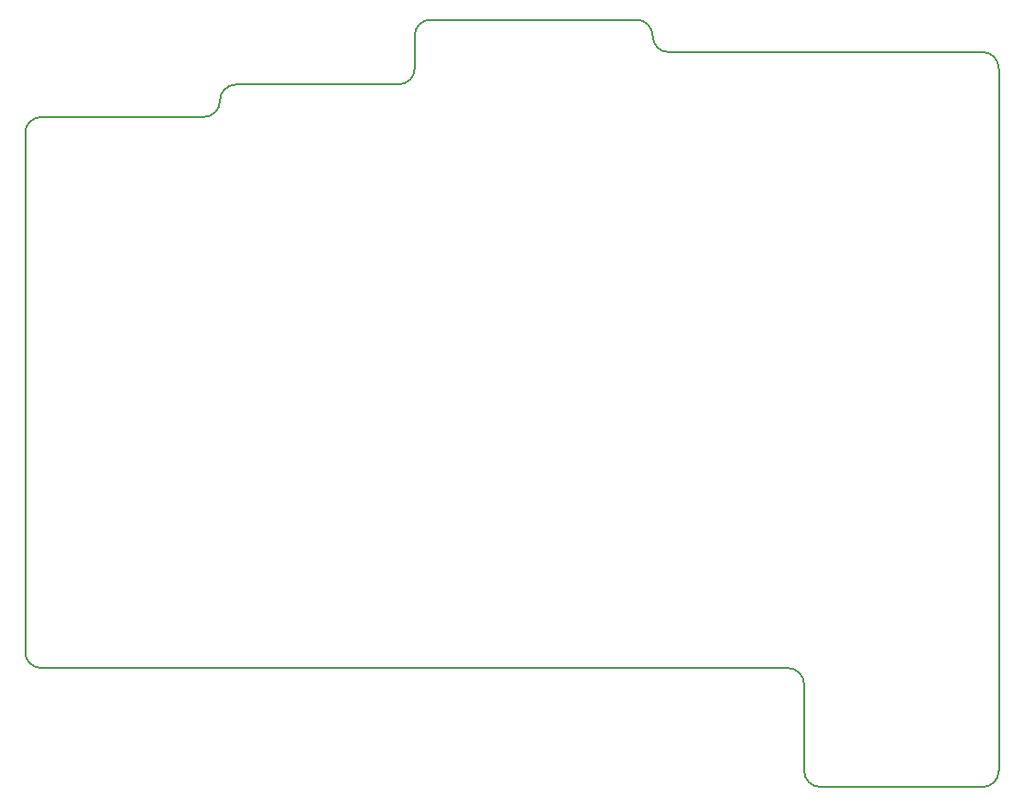
<source format=gbr>
%TF.GenerationSoftware,KiCad,Pcbnew,(7.0.0-0)*%
%TF.CreationDate,2023-06-08T17:13:25+08:00*%
%TF.ProjectId,right,72696768-742e-46b6-9963-61645f706362,v1.0.0*%
%TF.SameCoordinates,Original*%
%TF.FileFunction,Profile,NP*%
%FSLAX46Y46*%
G04 Gerber Fmt 4.6, Leading zero omitted, Abs format (unit mm)*
G04 Created by KiCad (PCBNEW (7.0.0-0)) date 2023-06-08 17:13:25*
%MOMM*%
%LPD*%
G01*
G04 APERTURE LIST*
%TA.AperFunction,Profile*%
%ADD10C,0.150000*%
%TD*%
G04 APERTURE END LIST*
D10*
X-9510000Y-8500000D02*
X59510000Y-8500000D01*
X-11000000Y-7010000D02*
X-11000000Y41010000D01*
X5510000Y42500000D02*
X-9510000Y42500000D01*
X23510000Y45500000D02*
X8490000Y45500000D01*
X7000000Y44010000D02*
X7000000Y43990000D01*
X47000000Y49990000D02*
X47000000Y50010000D01*
X45510000Y51500000D02*
X26490000Y51500000D01*
X25000000Y50010000D02*
X25000000Y46990000D01*
X48490000Y48500000D02*
X77510000Y48500000D01*
X62490000Y-19500000D02*
X77510000Y-19500000D01*
X61000000Y-9990000D02*
X61000000Y-18010000D01*
X79000000Y47010000D02*
X79000000Y-18010000D01*
X61000000Y-9990000D02*
G75*
G03*
X59510000Y-8500000I-1490000J0D01*
G01*
X61000000Y-18010000D02*
G75*
G03*
X62490000Y-19500000I1490000J0D01*
G01*
X77510000Y-19500000D02*
G75*
G03*
X79000000Y-18010000I0J1490000D01*
G01*
X79000000Y47010000D02*
G75*
G03*
X77510000Y48500000I-1490000J0D01*
G01*
X47000000Y49990000D02*
G75*
G03*
X48490000Y48500000I1490000J0D01*
G01*
X47000000Y50010000D02*
G75*
G03*
X45510000Y51500000I-1490000J0D01*
G01*
X26490000Y51500000D02*
G75*
G03*
X25000000Y50010000I0J-1490000D01*
G01*
X23510000Y45500000D02*
G75*
G03*
X25000000Y46990000I0J1490000D01*
G01*
X8490000Y45500000D02*
G75*
G03*
X7000000Y44010000I0J-1490000D01*
G01*
X5510000Y42500000D02*
G75*
G03*
X7000000Y43990000I0J1490000D01*
G01*
X-9510000Y42500000D02*
G75*
G03*
X-11000000Y41010000I0J-1490000D01*
G01*
X-11000000Y-7010000D02*
G75*
G03*
X-9510000Y-8500000I1490000J0D01*
G01*
M02*

</source>
